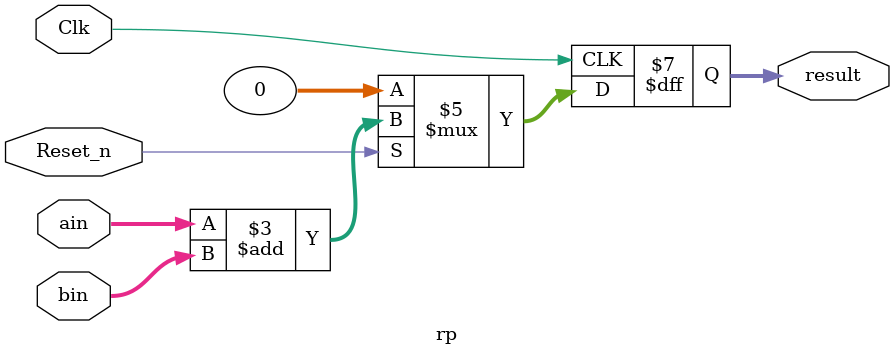
<source format=v>
`timescale 1ns / 1ps


module rp(
    input [31:0] ain,
    input [31:0] bin,
    input Clk,
    input Reset_n,
    output [31:0] result
    );
reg [31:0] result;

always @(posedge Clk)
	if(Reset_n==1'b0)
		result <= 32'b0;
	else
		result <= ain + bin;    
endmodule

</source>
